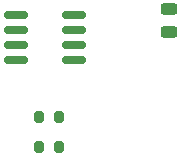
<source format=gbr>
%TF.GenerationSoftware,KiCad,Pcbnew,8.0.4*%
%TF.CreationDate,2024-09-24T22:01:12+02:00*%
%TF.ProjectId,blinker_v1_0,626c696e-6b65-4725-9f76-315f302e6b69,rev?*%
%TF.SameCoordinates,Original*%
%TF.FileFunction,Soldermask,Top*%
%TF.FilePolarity,Negative*%
%FSLAX46Y46*%
G04 Gerber Fmt 4.6, Leading zero omitted, Abs format (unit mm)*
G04 Created by KiCad (PCBNEW 8.0.4) date 2024-09-24 22:01:12*
%MOMM*%
%LPD*%
G01*
G04 APERTURE LIST*
G04 Aperture macros list*
%AMRoundRect*
0 Rectangle with rounded corners*
0 $1 Rounding radius*
0 $2 $3 $4 $5 $6 $7 $8 $9 X,Y pos of 4 corners*
0 Add a 4 corners polygon primitive as box body*
4,1,4,$2,$3,$4,$5,$6,$7,$8,$9,$2,$3,0*
0 Add four circle primitives for the rounded corners*
1,1,$1+$1,$2,$3*
1,1,$1+$1,$4,$5*
1,1,$1+$1,$6,$7*
1,1,$1+$1,$8,$9*
0 Add four rect primitives between the rounded corners*
20,1,$1+$1,$2,$3,$4,$5,0*
20,1,$1+$1,$4,$5,$6,$7,0*
20,1,$1+$1,$6,$7,$8,$9,0*
20,1,$1+$1,$8,$9,$2,$3,0*%
G04 Aperture macros list end*
%ADD10RoundRect,0.150000X-0.825000X-0.150000X0.825000X-0.150000X0.825000X0.150000X-0.825000X0.150000X0*%
%ADD11RoundRect,0.200000X-0.200000X-0.275000X0.200000X-0.275000X0.200000X0.275000X-0.200000X0.275000X0*%
%ADD12RoundRect,0.243750X-0.456250X0.243750X-0.456250X-0.243750X0.456250X-0.243750X0.456250X0.243750X0*%
G04 APERTURE END LIST*
D10*
%TO.C,U1*%
X103525000Y-57095000D03*
X103525000Y-58365000D03*
X103525000Y-59635000D03*
X103525000Y-60905000D03*
X108475000Y-60905000D03*
X108475000Y-59635000D03*
X108475000Y-58365000D03*
X108475000Y-57095000D03*
%TD*%
D11*
%TO.C,R2*%
X105487500Y-68245000D03*
X107137500Y-68245000D03*
%TD*%
%TO.C,R1*%
X105487500Y-65735000D03*
X107137500Y-65735000D03*
%TD*%
D12*
%TO.C,D1*%
X116500000Y-56625000D03*
X116500000Y-58500000D03*
%TD*%
M02*

</source>
